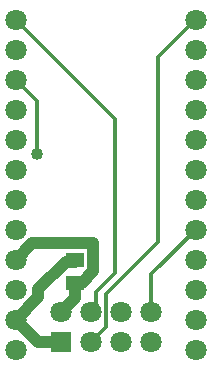
<source format=gbr>
G04 DipTrace 3.1.0.1*
G04 Top.gbr*
%MOIN*%
G04 #@! TF.FileFunction,Copper,L1,Top*
G04 #@! TF.Part,Single*
G04 #@! TA.AperFunction,Conductor*
%ADD13C,0.03937*%
%ADD14C,0.012992*%
G04 #@! TA.AperFunction,ComponentPad*
%ADD16R,0.070866X0.070866*%
%ADD17C,0.070866*%
%ADD18C,0.070866*%
%ADD19R,0.059055X0.051181*%
G04 #@! TA.AperFunction,ViaPad*
%ADD20C,0.04*%
%FSLAX26Y26*%
G04*
G70*
G90*
G75*
G01*
G04 Top*
%LPD*%
X642283Y743283D2*
D13*
Y737882D1*
X611882D1*
X520882Y646882D1*
Y620882D1*
X444882Y544882D1*
X519882Y469882D1*
X596882D1*
X642283Y668480D2*
Y615283D1*
X596882Y569882D1*
X444882Y744882D2*
X500882Y800882D1*
X703882D1*
Y705882D1*
X666480Y668480D1*
X642283D1*
X696882Y569882D2*
D14*
X711882D1*
Y635882D1*
X776882Y700882D1*
Y1212882D1*
X444882Y1544882D1*
X696882Y469882D2*
X745882Y518882D1*
Y630882D1*
X917882Y802882D1*
Y1420882D1*
X1041882Y1544882D1*
X1044882D1*
X516882Y1097882D2*
Y1272882D1*
X444882Y1344882D1*
X896882Y569882D2*
Y696882D1*
X1044882Y844882D1*
D20*
X516882Y1097882D3*
D16*
X596882Y469882D3*
D17*
Y569882D3*
X696882Y469882D3*
Y569882D3*
X796882Y469882D3*
Y569882D3*
X896882Y469882D3*
Y569882D3*
D18*
X444882Y444882D3*
X1044882D3*
X444882Y544882D3*
Y644882D3*
Y744882D3*
X1044882Y544882D3*
Y644882D3*
Y744882D3*
X444882Y844882D3*
Y944882D3*
Y1044882D3*
Y1144882D3*
Y1244882D3*
Y1344882D3*
Y1444882D3*
Y1544882D3*
X1044882Y844882D3*
Y944882D3*
Y1044882D3*
Y1144882D3*
Y1244882D3*
Y1344882D3*
Y1444882D3*
Y1544882D3*
D19*
X642283Y743283D3*
Y668480D3*
M02*

</source>
